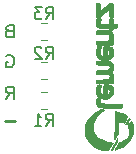
<source format=gbr>
%TF.GenerationSoftware,KiCad,Pcbnew,5.1.5-52549c5~86~ubuntu16.04.1*%
%TF.CreationDate,2020-10-09T17:32:45+05:30*%
%TF.ProjectId,DIP_3_color_LED_Module_V1.0,4449505f-335f-4636-9f6c-6f725f4c4544,V1.0*%
%TF.SameCoordinates,Original*%
%TF.FileFunction,Legend,Bot*%
%TF.FilePolarity,Positive*%
%FSLAX46Y46*%
G04 Gerber Fmt 4.6, Leading zero omitted, Abs format (unit mm)*
G04 Created by KiCad (PCBNEW 5.1.5-52549c5~86~ubuntu16.04.1) date 2020-10-09 17:32:45*
%MOMM*%
%LPD*%
G04 APERTURE LIST*
%ADD10C,0.220000*%
%ADD11C,0.200000*%
%ADD12C,0.010000*%
%ADD13C,0.120000*%
%ADD14C,0.150000*%
G04 APERTURE END LIST*
D10*
X134061142Y-101925428D02*
X133146857Y-101925428D01*
D11*
X133232571Y-100020380D02*
X133632571Y-99544190D01*
X133918285Y-100020380D02*
X133918285Y-99020380D01*
X133461142Y-99020380D01*
X133346857Y-99068000D01*
X133289714Y-99115619D01*
X133232571Y-99210857D01*
X133232571Y-99353714D01*
X133289714Y-99448952D01*
X133346857Y-99496571D01*
X133461142Y-99544190D01*
X133918285Y-99544190D01*
X133289714Y-96401000D02*
X133404000Y-96353380D01*
X133575428Y-96353380D01*
X133746857Y-96401000D01*
X133861142Y-96496238D01*
X133918285Y-96591476D01*
X133975428Y-96781952D01*
X133975428Y-96924809D01*
X133918285Y-97115285D01*
X133861142Y-97210523D01*
X133746857Y-97305761D01*
X133575428Y-97353380D01*
X133461142Y-97353380D01*
X133289714Y-97305761D01*
X133232571Y-97258142D01*
X133232571Y-96924809D01*
X133461142Y-96924809D01*
X133518285Y-94289571D02*
X133346857Y-94337190D01*
X133289714Y-94384809D01*
X133232571Y-94480047D01*
X133232571Y-94622904D01*
X133289714Y-94718142D01*
X133346857Y-94765761D01*
X133461142Y-94813380D01*
X133918285Y-94813380D01*
X133918285Y-93813380D01*
X133518285Y-93813380D01*
X133404000Y-93861000D01*
X133346857Y-93908619D01*
X133289714Y-94003857D01*
X133289714Y-94099095D01*
X133346857Y-94194333D01*
X133404000Y-94241952D01*
X133518285Y-94289571D01*
X133918285Y-94289571D01*
D12*
%TO.C,G\002A\002A\002A*%
G36*
X142274045Y-103748609D02*
G01*
X142241652Y-103744084D01*
X142195238Y-103738141D01*
X142163800Y-103734307D01*
X141920709Y-103694404D01*
X141691542Y-103634799D01*
X141477137Y-103555830D01*
X141278332Y-103457833D01*
X141095965Y-103341148D01*
X140997940Y-103264944D01*
X140890827Y-103160551D01*
X140795822Y-103037913D01*
X140716549Y-102902724D01*
X140656629Y-102760680D01*
X140637619Y-102698550D01*
X140620624Y-102611989D01*
X140610487Y-102508916D01*
X140607198Y-102397276D01*
X140610747Y-102285010D01*
X140621120Y-102180061D01*
X140638309Y-102090372D01*
X140638458Y-102089802D01*
X140695304Y-101916271D01*
X140772963Y-101753443D01*
X140872128Y-101600461D01*
X140993487Y-101456468D01*
X141137732Y-101320607D01*
X141305555Y-101192024D01*
X141426597Y-101112568D01*
X141567318Y-101025337D01*
X141520792Y-100941194D01*
X141498065Y-100900353D01*
X141480418Y-100869133D01*
X141471139Y-100853341D01*
X141470619Y-100852594D01*
X141458572Y-100856309D01*
X141427641Y-100869449D01*
X141381743Y-100890253D01*
X141324798Y-100916960D01*
X141284548Y-100936247D01*
X141083647Y-101040663D01*
X140903087Y-101150661D01*
X140737910Y-101269606D01*
X140583152Y-101400862D01*
X140539994Y-101441250D01*
X140384382Y-101603617D01*
X140253091Y-101770558D01*
X140145226Y-101943609D01*
X140059891Y-102124300D01*
X139996191Y-102314165D01*
X139972221Y-102412800D01*
X139964948Y-102458953D01*
X139958389Y-102522878D01*
X139952823Y-102598335D01*
X139948530Y-102679084D01*
X139945790Y-102758883D01*
X139944882Y-102831491D01*
X139946085Y-102890668D01*
X139949184Y-102927150D01*
X139984608Y-103109530D01*
X140033433Y-103273125D01*
X140097649Y-103421844D01*
X140179245Y-103559595D01*
X140280213Y-103690287D01*
X140402541Y-103817828D01*
X140402843Y-103818116D01*
X140573292Y-103964310D01*
X140754663Y-104088499D01*
X140948011Y-104191170D01*
X141154388Y-104272809D01*
X141374850Y-104333903D01*
X141608826Y-104374729D01*
X141678249Y-104382671D01*
X141748346Y-104389022D01*
X141809733Y-104393015D01*
X141844387Y-104394000D01*
X141930073Y-104394000D01*
X142109625Y-104073572D01*
X142155332Y-103991791D01*
X142196589Y-103917563D01*
X142231870Y-103853668D01*
X142259648Y-103802885D01*
X142278397Y-103767992D01*
X142286591Y-103751768D01*
X142286814Y-103750957D01*
X142274045Y-103748609D01*
G37*
X142274045Y-103748609D02*
X142241652Y-103744084D01*
X142195238Y-103738141D01*
X142163800Y-103734307D01*
X141920709Y-103694404D01*
X141691542Y-103634799D01*
X141477137Y-103555830D01*
X141278332Y-103457833D01*
X141095965Y-103341148D01*
X140997940Y-103264944D01*
X140890827Y-103160551D01*
X140795822Y-103037913D01*
X140716549Y-102902724D01*
X140656629Y-102760680D01*
X140637619Y-102698550D01*
X140620624Y-102611989D01*
X140610487Y-102508916D01*
X140607198Y-102397276D01*
X140610747Y-102285010D01*
X140621120Y-102180061D01*
X140638309Y-102090372D01*
X140638458Y-102089802D01*
X140695304Y-101916271D01*
X140772963Y-101753443D01*
X140872128Y-101600461D01*
X140993487Y-101456468D01*
X141137732Y-101320607D01*
X141305555Y-101192024D01*
X141426597Y-101112568D01*
X141567318Y-101025337D01*
X141520792Y-100941194D01*
X141498065Y-100900353D01*
X141480418Y-100869133D01*
X141471139Y-100853341D01*
X141470619Y-100852594D01*
X141458572Y-100856309D01*
X141427641Y-100869449D01*
X141381743Y-100890253D01*
X141324798Y-100916960D01*
X141284548Y-100936247D01*
X141083647Y-101040663D01*
X140903087Y-101150661D01*
X140737910Y-101269606D01*
X140583152Y-101400862D01*
X140539994Y-101441250D01*
X140384382Y-101603617D01*
X140253091Y-101770558D01*
X140145226Y-101943609D01*
X140059891Y-102124300D01*
X139996191Y-102314165D01*
X139972221Y-102412800D01*
X139964948Y-102458953D01*
X139958389Y-102522878D01*
X139952823Y-102598335D01*
X139948530Y-102679084D01*
X139945790Y-102758883D01*
X139944882Y-102831491D01*
X139946085Y-102890668D01*
X139949184Y-102927150D01*
X139984608Y-103109530D01*
X140033433Y-103273125D01*
X140097649Y-103421844D01*
X140179245Y-103559595D01*
X140280213Y-103690287D01*
X140402541Y-103817828D01*
X140402843Y-103818116D01*
X140573292Y-103964310D01*
X140754663Y-104088499D01*
X140948011Y-104191170D01*
X141154388Y-104272809D01*
X141374850Y-104333903D01*
X141608826Y-104374729D01*
X141678249Y-104382671D01*
X141748346Y-104389022D01*
X141809733Y-104393015D01*
X141844387Y-104394000D01*
X141930073Y-104394000D01*
X142109625Y-104073572D01*
X142155332Y-103991791D01*
X142196589Y-103917563D01*
X142231870Y-103853668D01*
X142259648Y-103802885D01*
X142278397Y-103767992D01*
X142286591Y-103751768D01*
X142286814Y-103750957D01*
X142274045Y-103748609D01*
G36*
X143096207Y-100560938D02*
G01*
X143091521Y-100529606D01*
X143080859Y-100507258D01*
X143062051Y-100485864D01*
X143026851Y-100450650D01*
X142211151Y-100443470D01*
X142041821Y-100441946D01*
X141895921Y-100440485D01*
X141771478Y-100438957D01*
X141666524Y-100437230D01*
X141579087Y-100435174D01*
X141507197Y-100432657D01*
X141448883Y-100429548D01*
X141402176Y-100425717D01*
X141365104Y-100421033D01*
X141335698Y-100415363D01*
X141311986Y-100408578D01*
X141291999Y-100400547D01*
X141273765Y-100391137D01*
X141255315Y-100380219D01*
X141254756Y-100379878D01*
X141215545Y-100344598D01*
X141191085Y-100299571D01*
X141185900Y-100268851D01*
X141192729Y-100245736D01*
X141209997Y-100212514D01*
X141220093Y-100196678D01*
X141246875Y-100141738D01*
X141256330Y-100085521D01*
X141248435Y-100034476D01*
X141223167Y-99995050D01*
X141220826Y-99992961D01*
X141171409Y-99965181D01*
X141110615Y-99952245D01*
X141046635Y-99953962D01*
X140987658Y-99970140D01*
X140942982Y-99999465D01*
X140912400Y-100044112D01*
X140888052Y-100107237D01*
X140871246Y-100182397D01*
X140863294Y-100263152D01*
X140865505Y-100343061D01*
X140868394Y-100366226D01*
X140884974Y-100445871D01*
X140910590Y-100509660D01*
X140950040Y-100566708D01*
X141002399Y-100620816D01*
X141052631Y-100664641D01*
X141096130Y-100694000D01*
X141141781Y-100714455D01*
X141163555Y-100721674D01*
X141201359Y-100733208D01*
X141235745Y-100743118D01*
X141268907Y-100751529D01*
X141303039Y-100758564D01*
X141340333Y-100764347D01*
X141382983Y-100769002D01*
X141433184Y-100772654D01*
X141493127Y-100775425D01*
X141565008Y-100777442D01*
X141651018Y-100778826D01*
X141753353Y-100779702D01*
X141874205Y-100780195D01*
X142015767Y-100780428D01*
X142180234Y-100780525D01*
X142204808Y-100780535D01*
X143014165Y-100780850D01*
X143055708Y-100739331D01*
X143077786Y-100715368D01*
X143090247Y-100693356D01*
X143095819Y-100664765D01*
X143097228Y-100621070D01*
X143097250Y-100609445D01*
X143096207Y-100560938D01*
G37*
X143096207Y-100560938D02*
X143091521Y-100529606D01*
X143080859Y-100507258D01*
X143062051Y-100485864D01*
X143026851Y-100450650D01*
X142211151Y-100443470D01*
X142041821Y-100441946D01*
X141895921Y-100440485D01*
X141771478Y-100438957D01*
X141666524Y-100437230D01*
X141579087Y-100435174D01*
X141507197Y-100432657D01*
X141448883Y-100429548D01*
X141402176Y-100425717D01*
X141365104Y-100421033D01*
X141335698Y-100415363D01*
X141311986Y-100408578D01*
X141291999Y-100400547D01*
X141273765Y-100391137D01*
X141255315Y-100380219D01*
X141254756Y-100379878D01*
X141215545Y-100344598D01*
X141191085Y-100299571D01*
X141185900Y-100268851D01*
X141192729Y-100245736D01*
X141209997Y-100212514D01*
X141220093Y-100196678D01*
X141246875Y-100141738D01*
X141256330Y-100085521D01*
X141248435Y-100034476D01*
X141223167Y-99995050D01*
X141220826Y-99992961D01*
X141171409Y-99965181D01*
X141110615Y-99952245D01*
X141046635Y-99953962D01*
X140987658Y-99970140D01*
X140942982Y-99999465D01*
X140912400Y-100044112D01*
X140888052Y-100107237D01*
X140871246Y-100182397D01*
X140863294Y-100263152D01*
X140865505Y-100343061D01*
X140868394Y-100366226D01*
X140884974Y-100445871D01*
X140910590Y-100509660D01*
X140950040Y-100566708D01*
X141002399Y-100620816D01*
X141052631Y-100664641D01*
X141096130Y-100694000D01*
X141141781Y-100714455D01*
X141163555Y-100721674D01*
X141201359Y-100733208D01*
X141235745Y-100743118D01*
X141268907Y-100751529D01*
X141303039Y-100758564D01*
X141340333Y-100764347D01*
X141382983Y-100769002D01*
X141433184Y-100772654D01*
X141493127Y-100775425D01*
X141565008Y-100777442D01*
X141651018Y-100778826D01*
X141753353Y-100779702D01*
X141874205Y-100780195D01*
X142015767Y-100780428D01*
X142180234Y-100780525D01*
X142204808Y-100780535D01*
X143014165Y-100780850D01*
X143055708Y-100739331D01*
X143077786Y-100715368D01*
X143090247Y-100693356D01*
X143095819Y-100664765D01*
X143097228Y-100621070D01*
X143097250Y-100609445D01*
X143096207Y-100560938D01*
G36*
X142356230Y-99235438D02*
G01*
X142334238Y-99140219D01*
X142301094Y-99059984D01*
X142297278Y-99053214D01*
X142259437Y-99001247D01*
X142207106Y-98946349D01*
X142148751Y-98896463D01*
X142092836Y-98859530D01*
X142088377Y-98857196D01*
X142022889Y-98829624D01*
X141945904Y-98806422D01*
X141863379Y-98788475D01*
X141781275Y-98776666D01*
X141705548Y-98771880D01*
X141642158Y-98774999D01*
X141601368Y-98784962D01*
X141579491Y-98795249D01*
X141561697Y-98807706D01*
X141547454Y-98824980D01*
X141536231Y-98849720D01*
X141527497Y-98884574D01*
X141520720Y-98932189D01*
X141515368Y-98995214D01*
X141510911Y-99076296D01*
X141506817Y-99178085D01*
X141503577Y-99272271D01*
X141500402Y-99368216D01*
X141497511Y-99456198D01*
X141495010Y-99532938D01*
X141493006Y-99595160D01*
X141491605Y-99639584D01*
X141490912Y-99662934D01*
X141490858Y-99665402D01*
X141480905Y-99674647D01*
X141454882Y-99672335D01*
X141418042Y-99660710D01*
X141375637Y-99642018D01*
X141332921Y-99618501D01*
X141295147Y-99592406D01*
X141273075Y-99572339D01*
X141233039Y-99522115D01*
X141208381Y-99470942D01*
X141196218Y-99410610D01*
X141193553Y-99345750D01*
X141195015Y-99292292D01*
X141200532Y-99249556D01*
X141212406Y-99207518D01*
X141232941Y-99156151D01*
X141241676Y-99136200D01*
X141271677Y-99067125D01*
X141291779Y-99016256D01*
X141303042Y-98978886D01*
X141306532Y-98950310D01*
X141303312Y-98925822D01*
X141294735Y-98901408D01*
X141263330Y-98857041D01*
X141213497Y-98830147D01*
X141145250Y-98820732D01*
X141105378Y-98822474D01*
X141048253Y-98832627D01*
X141006321Y-98854110D01*
X140973584Y-98891610D01*
X140944863Y-98947905D01*
X140901082Y-99076304D01*
X140873642Y-99215883D01*
X140863922Y-99357298D01*
X140869214Y-99460050D01*
X140894296Y-99588439D01*
X140939232Y-99701007D01*
X141003795Y-99797485D01*
X141087760Y-99877607D01*
X141190901Y-99941102D01*
X141312900Y-99987678D01*
X141383693Y-100003284D01*
X141469900Y-100014776D01*
X141564309Y-100021893D01*
X141659709Y-100024372D01*
X141748889Y-100021950D01*
X141818791Y-100014950D01*
X141818791Y-99671193D01*
X141827817Y-99406872D01*
X141830660Y-99327762D01*
X141833448Y-99257743D01*
X141836007Y-99200609D01*
X141838163Y-99160157D01*
X141839744Y-99140182D01*
X141840073Y-99138757D01*
X141856975Y-99136789D01*
X141887068Y-99148257D01*
X141924275Y-99170042D01*
X141962524Y-99199027D01*
X141969552Y-99205222D01*
X142002332Y-99236542D01*
X142020656Y-99261890D01*
X142029562Y-99291579D01*
X142034089Y-99335920D01*
X142034206Y-99337532D01*
X142029285Y-99427178D01*
X142002473Y-99508779D01*
X141955759Y-99578638D01*
X141891129Y-99633052D01*
X141868673Y-99645745D01*
X141818791Y-99671193D01*
X141818791Y-100014950D01*
X141824637Y-100014364D01*
X141859233Y-100007580D01*
X141988536Y-99965340D01*
X142097828Y-99907859D01*
X142188099Y-99834179D01*
X142260343Y-99743341D01*
X142315552Y-99634387D01*
X142347492Y-99535962D01*
X142363638Y-99440812D01*
X142366290Y-99338136D01*
X142356230Y-99235438D01*
G37*
X142356230Y-99235438D02*
X142334238Y-99140219D01*
X142301094Y-99059984D01*
X142297278Y-99053214D01*
X142259437Y-99001247D01*
X142207106Y-98946349D01*
X142148751Y-98896463D01*
X142092836Y-98859530D01*
X142088377Y-98857196D01*
X142022889Y-98829624D01*
X141945904Y-98806422D01*
X141863379Y-98788475D01*
X141781275Y-98776666D01*
X141705548Y-98771880D01*
X141642158Y-98774999D01*
X141601368Y-98784962D01*
X141579491Y-98795249D01*
X141561697Y-98807706D01*
X141547454Y-98824980D01*
X141536231Y-98849720D01*
X141527497Y-98884574D01*
X141520720Y-98932189D01*
X141515368Y-98995214D01*
X141510911Y-99076296D01*
X141506817Y-99178085D01*
X141503577Y-99272271D01*
X141500402Y-99368216D01*
X141497511Y-99456198D01*
X141495010Y-99532938D01*
X141493006Y-99595160D01*
X141491605Y-99639584D01*
X141490912Y-99662934D01*
X141490858Y-99665402D01*
X141480905Y-99674647D01*
X141454882Y-99672335D01*
X141418042Y-99660710D01*
X141375637Y-99642018D01*
X141332921Y-99618501D01*
X141295147Y-99592406D01*
X141273075Y-99572339D01*
X141233039Y-99522115D01*
X141208381Y-99470942D01*
X141196218Y-99410610D01*
X141193553Y-99345750D01*
X141195015Y-99292292D01*
X141200532Y-99249556D01*
X141212406Y-99207518D01*
X141232941Y-99156151D01*
X141241676Y-99136200D01*
X141271677Y-99067125D01*
X141291779Y-99016256D01*
X141303042Y-98978886D01*
X141306532Y-98950310D01*
X141303312Y-98925822D01*
X141294735Y-98901408D01*
X141263330Y-98857041D01*
X141213497Y-98830147D01*
X141145250Y-98820732D01*
X141105378Y-98822474D01*
X141048253Y-98832627D01*
X141006321Y-98854110D01*
X140973584Y-98891610D01*
X140944863Y-98947905D01*
X140901082Y-99076304D01*
X140873642Y-99215883D01*
X140863922Y-99357298D01*
X140869214Y-99460050D01*
X140894296Y-99588439D01*
X140939232Y-99701007D01*
X141003795Y-99797485D01*
X141087760Y-99877607D01*
X141190901Y-99941102D01*
X141312900Y-99987678D01*
X141383693Y-100003284D01*
X141469900Y-100014776D01*
X141564309Y-100021893D01*
X141659709Y-100024372D01*
X141748889Y-100021950D01*
X141818791Y-100014950D01*
X141818791Y-99671193D01*
X141827817Y-99406872D01*
X141830660Y-99327762D01*
X141833448Y-99257743D01*
X141836007Y-99200609D01*
X141838163Y-99160157D01*
X141839744Y-99140182D01*
X141840073Y-99138757D01*
X141856975Y-99136789D01*
X141887068Y-99148257D01*
X141924275Y-99170042D01*
X141962524Y-99199027D01*
X141969552Y-99205222D01*
X142002332Y-99236542D01*
X142020656Y-99261890D01*
X142029562Y-99291579D01*
X142034089Y-99335920D01*
X142034206Y-99337532D01*
X142029285Y-99427178D01*
X142002473Y-99508779D01*
X141955759Y-99578638D01*
X141891129Y-99633052D01*
X141868673Y-99645745D01*
X141818791Y-99671193D01*
X141818791Y-100014950D01*
X141824637Y-100014364D01*
X141859233Y-100007580D01*
X141988536Y-99965340D01*
X142097828Y-99907859D01*
X142188099Y-99834179D01*
X142260343Y-99743341D01*
X142315552Y-99634387D01*
X142347492Y-99535962D01*
X142363638Y-99440812D01*
X142366290Y-99338136D01*
X142356230Y-99235438D01*
G36*
X142356843Y-95969342D02*
G01*
X142326411Y-95857070D01*
X142275768Y-95760135D01*
X142204975Y-95678594D01*
X142114097Y-95612508D01*
X142003195Y-95561935D01*
X141872332Y-95526934D01*
X141744636Y-95509399D01*
X141684727Y-95506188D01*
X141640910Y-95509420D01*
X141604533Y-95519804D01*
X141601304Y-95521124D01*
X141579444Y-95531390D01*
X141561663Y-95543836D01*
X141547431Y-95561109D01*
X141536216Y-95585855D01*
X141527487Y-95620723D01*
X141520712Y-95668359D01*
X141515363Y-95731412D01*
X141510906Y-95812528D01*
X141506811Y-95914355D01*
X141503577Y-96008371D01*
X141500402Y-96104316D01*
X141497511Y-96192298D01*
X141495010Y-96269038D01*
X141493006Y-96331260D01*
X141491605Y-96375684D01*
X141490912Y-96399034D01*
X141490858Y-96401502D01*
X141480905Y-96410747D01*
X141454882Y-96408435D01*
X141418042Y-96396810D01*
X141375637Y-96378118D01*
X141332921Y-96354601D01*
X141295147Y-96328506D01*
X141273075Y-96308439D01*
X141224335Y-96240702D01*
X141196776Y-96164543D01*
X141190352Y-96078602D01*
X141205020Y-95981520D01*
X141240732Y-95871937D01*
X141257214Y-95832604D01*
X141286601Y-95755322D01*
X141299078Y-95693877D01*
X141294808Y-95645298D01*
X141273953Y-95606615D01*
X141269830Y-95601939D01*
X141229367Y-95574789D01*
X141174701Y-95559440D01*
X141114244Y-95556133D01*
X141056409Y-95565108D01*
X141009609Y-95586606D01*
X141000321Y-95594244D01*
X140965708Y-95639817D01*
X140934433Y-95705753D01*
X140907577Y-95787115D01*
X140886222Y-95878966D01*
X140871448Y-95976368D01*
X140864337Y-96074386D01*
X140865971Y-96168083D01*
X140868495Y-96196150D01*
X140893429Y-96324461D01*
X140938185Y-96436898D01*
X141002664Y-96533350D01*
X141086770Y-96613703D01*
X141190407Y-96677848D01*
X141313476Y-96725670D01*
X141331950Y-96730974D01*
X141393617Y-96743270D01*
X141472790Y-96752200D01*
X141562128Y-96757599D01*
X141654289Y-96759301D01*
X141741930Y-96757137D01*
X141817711Y-96750943D01*
X141818791Y-96750761D01*
X141818791Y-96407293D01*
X141827817Y-96142972D01*
X141830712Y-96063776D01*
X141833641Y-95993592D01*
X141836415Y-95936235D01*
X141838844Y-95895521D01*
X141840740Y-95875269D01*
X141841164Y-95873766D01*
X141855893Y-95874108D01*
X141884137Y-95885068D01*
X141918404Y-95902982D01*
X141951202Y-95924190D01*
X141962744Y-95933203D01*
X142006730Y-95982007D01*
X142030426Y-96039820D01*
X142036522Y-96103445D01*
X142024189Y-96189115D01*
X141989832Y-96267377D01*
X141936318Y-96333498D01*
X141867471Y-96382260D01*
X141818791Y-96407293D01*
X141818791Y-96750761D01*
X141864530Y-96743051D01*
X141990408Y-96701876D01*
X142100034Y-96641713D01*
X142192338Y-96563937D01*
X142266252Y-96469922D01*
X142320708Y-96361042D01*
X142354637Y-96238670D01*
X142366970Y-96104183D01*
X142367000Y-96096890D01*
X142356843Y-95969342D01*
G37*
X142356843Y-95969342D02*
X142326411Y-95857070D01*
X142275768Y-95760135D01*
X142204975Y-95678594D01*
X142114097Y-95612508D01*
X142003195Y-95561935D01*
X141872332Y-95526934D01*
X141744636Y-95509399D01*
X141684727Y-95506188D01*
X141640910Y-95509420D01*
X141604533Y-95519804D01*
X141601304Y-95521124D01*
X141579444Y-95531390D01*
X141561663Y-95543836D01*
X141547431Y-95561109D01*
X141536216Y-95585855D01*
X141527487Y-95620723D01*
X141520712Y-95668359D01*
X141515363Y-95731412D01*
X141510906Y-95812528D01*
X141506811Y-95914355D01*
X141503577Y-96008371D01*
X141500402Y-96104316D01*
X141497511Y-96192298D01*
X141495010Y-96269038D01*
X141493006Y-96331260D01*
X141491605Y-96375684D01*
X141490912Y-96399034D01*
X141490858Y-96401502D01*
X141480905Y-96410747D01*
X141454882Y-96408435D01*
X141418042Y-96396810D01*
X141375637Y-96378118D01*
X141332921Y-96354601D01*
X141295147Y-96328506D01*
X141273075Y-96308439D01*
X141224335Y-96240702D01*
X141196776Y-96164543D01*
X141190352Y-96078602D01*
X141205020Y-95981520D01*
X141240732Y-95871937D01*
X141257214Y-95832604D01*
X141286601Y-95755322D01*
X141299078Y-95693877D01*
X141294808Y-95645298D01*
X141273953Y-95606615D01*
X141269830Y-95601939D01*
X141229367Y-95574789D01*
X141174701Y-95559440D01*
X141114244Y-95556133D01*
X141056409Y-95565108D01*
X141009609Y-95586606D01*
X141000321Y-95594244D01*
X140965708Y-95639817D01*
X140934433Y-95705753D01*
X140907577Y-95787115D01*
X140886222Y-95878966D01*
X140871448Y-95976368D01*
X140864337Y-96074386D01*
X140865971Y-96168083D01*
X140868495Y-96196150D01*
X140893429Y-96324461D01*
X140938185Y-96436898D01*
X141002664Y-96533350D01*
X141086770Y-96613703D01*
X141190407Y-96677848D01*
X141313476Y-96725670D01*
X141331950Y-96730974D01*
X141393617Y-96743270D01*
X141472790Y-96752200D01*
X141562128Y-96757599D01*
X141654289Y-96759301D01*
X141741930Y-96757137D01*
X141817711Y-96750943D01*
X141818791Y-96750761D01*
X141818791Y-96407293D01*
X141827817Y-96142972D01*
X141830712Y-96063776D01*
X141833641Y-95993592D01*
X141836415Y-95936235D01*
X141838844Y-95895521D01*
X141840740Y-95875269D01*
X141841164Y-95873766D01*
X141855893Y-95874108D01*
X141884137Y-95885068D01*
X141918404Y-95902982D01*
X141951202Y-95924190D01*
X141962744Y-95933203D01*
X142006730Y-95982007D01*
X142030426Y-96039820D01*
X142036522Y-96103445D01*
X142024189Y-96189115D01*
X141989832Y-96267377D01*
X141936318Y-96333498D01*
X141867471Y-96382260D01*
X141818791Y-96407293D01*
X141818791Y-96750761D01*
X141864530Y-96743051D01*
X141990408Y-96701876D01*
X142100034Y-96641713D01*
X142192338Y-96563937D01*
X142266252Y-96469922D01*
X142320708Y-96361042D01*
X142354637Y-96238670D01*
X142366970Y-96104183D01*
X142367000Y-96096890D01*
X142356843Y-95969342D01*
G36*
X142689804Y-93804499D02*
G01*
X142685110Y-93773168D01*
X142674433Y-93750811D01*
X142655672Y-93729464D01*
X142639511Y-93714471D01*
X142623018Y-93704304D01*
X142600890Y-93697840D01*
X142567825Y-93693955D01*
X142518519Y-93691528D01*
X142469491Y-93690038D01*
X142318488Y-93685826D01*
X142314169Y-93496586D01*
X142309850Y-93307347D01*
X142268331Y-93265849D01*
X142243263Y-93243023D01*
X142220028Y-93230557D01*
X142189427Y-93225363D01*
X142144750Y-93224350D01*
X142098484Y-93225478D01*
X142068388Y-93230921D01*
X142045264Y-93243769D01*
X142021170Y-93265849D01*
X141979650Y-93307347D01*
X141975311Y-93497624D01*
X141970971Y-93687900D01*
X141645111Y-93687830D01*
X141530696Y-93687404D01*
X141438885Y-93685936D01*
X141366889Y-93683059D01*
X141311921Y-93678405D01*
X141271191Y-93671607D01*
X141241913Y-93662297D01*
X141221298Y-93650107D01*
X141206559Y-93634671D01*
X141202993Y-93629545D01*
X141191278Y-93597145D01*
X141194628Y-93555586D01*
X141213742Y-93501271D01*
X141237288Y-93452950D01*
X141254310Y-93409539D01*
X141267299Y-93356852D01*
X141270928Y-93331621D01*
X141273617Y-93288459D01*
X141269465Y-93260116D01*
X141256088Y-93236404D01*
X141245688Y-93223671D01*
X141228038Y-93204971D01*
X141210230Y-93193829D01*
X141185297Y-93188297D01*
X141146271Y-93186426D01*
X141111823Y-93186250D01*
X141059140Y-93187098D01*
X141024581Y-93190769D01*
X141000897Y-93198952D01*
X140980837Y-93213338D01*
X140975649Y-93218000D01*
X140940501Y-93260523D01*
X140912168Y-93318608D01*
X140889202Y-93395817D01*
X140875245Y-93464854D01*
X140865138Y-93525220D01*
X140859592Y-93569216D01*
X140858408Y-93605423D01*
X140861390Y-93642420D01*
X140868338Y-93688787D01*
X140869866Y-93698019D01*
X140889470Y-93775482D01*
X140922794Y-93840026D01*
X140968225Y-93895322D01*
X141000067Y-93926804D01*
X141031950Y-93952598D01*
X141066789Y-93973320D01*
X141107499Y-93989584D01*
X141156998Y-94002007D01*
X141218201Y-94011203D01*
X141294024Y-94017787D01*
X141387383Y-94022375D01*
X141501194Y-94025580D01*
X141594019Y-94027322D01*
X141970388Y-94033513D01*
X141978334Y-94093415D01*
X141991907Y-94145375D01*
X142020068Y-94185530D01*
X142025074Y-94190484D01*
X142049594Y-94211218D01*
X142074070Y-94222426D01*
X142107682Y-94226945D01*
X142145340Y-94227650D01*
X142191740Y-94226430D01*
X142221872Y-94220819D01*
X142244828Y-94207894D01*
X142265441Y-94189021D01*
X142293250Y-94153165D01*
X142308027Y-94109802D01*
X142311783Y-94085272D01*
X142319495Y-94020152D01*
X142469994Y-94015951D01*
X142534306Y-94013878D01*
X142578537Y-94011155D01*
X142608005Y-94006653D01*
X142628025Y-93999245D01*
X142643912Y-93987803D01*
X142655672Y-93976537D01*
X142674573Y-93954990D01*
X142685180Y-93932586D01*
X142689828Y-93901128D01*
X142690850Y-93853000D01*
X142689804Y-93804499D01*
G37*
X142689804Y-93804499D02*
X142685110Y-93773168D01*
X142674433Y-93750811D01*
X142655672Y-93729464D01*
X142639511Y-93714471D01*
X142623018Y-93704304D01*
X142600890Y-93697840D01*
X142567825Y-93693955D01*
X142518519Y-93691528D01*
X142469491Y-93690038D01*
X142318488Y-93685826D01*
X142314169Y-93496586D01*
X142309850Y-93307347D01*
X142268331Y-93265849D01*
X142243263Y-93243023D01*
X142220028Y-93230557D01*
X142189427Y-93225363D01*
X142144750Y-93224350D01*
X142098484Y-93225478D01*
X142068388Y-93230921D01*
X142045264Y-93243769D01*
X142021170Y-93265849D01*
X141979650Y-93307347D01*
X141975311Y-93497624D01*
X141970971Y-93687900D01*
X141645111Y-93687830D01*
X141530696Y-93687404D01*
X141438885Y-93685936D01*
X141366889Y-93683059D01*
X141311921Y-93678405D01*
X141271191Y-93671607D01*
X141241913Y-93662297D01*
X141221298Y-93650107D01*
X141206559Y-93634671D01*
X141202993Y-93629545D01*
X141191278Y-93597145D01*
X141194628Y-93555586D01*
X141213742Y-93501271D01*
X141237288Y-93452950D01*
X141254310Y-93409539D01*
X141267299Y-93356852D01*
X141270928Y-93331621D01*
X141273617Y-93288459D01*
X141269465Y-93260116D01*
X141256088Y-93236404D01*
X141245688Y-93223671D01*
X141228038Y-93204971D01*
X141210230Y-93193829D01*
X141185297Y-93188297D01*
X141146271Y-93186426D01*
X141111823Y-93186250D01*
X141059140Y-93187098D01*
X141024581Y-93190769D01*
X141000897Y-93198952D01*
X140980837Y-93213338D01*
X140975649Y-93218000D01*
X140940501Y-93260523D01*
X140912168Y-93318608D01*
X140889202Y-93395817D01*
X140875245Y-93464854D01*
X140865138Y-93525220D01*
X140859592Y-93569216D01*
X140858408Y-93605423D01*
X140861390Y-93642420D01*
X140868338Y-93688787D01*
X140869866Y-93698019D01*
X140889470Y-93775482D01*
X140922794Y-93840026D01*
X140968225Y-93895322D01*
X141000067Y-93926804D01*
X141031950Y-93952598D01*
X141066789Y-93973320D01*
X141107499Y-93989584D01*
X141156998Y-94002007D01*
X141218201Y-94011203D01*
X141294024Y-94017787D01*
X141387383Y-94022375D01*
X141501194Y-94025580D01*
X141594019Y-94027322D01*
X141970388Y-94033513D01*
X141978334Y-94093415D01*
X141991907Y-94145375D01*
X142020068Y-94185530D01*
X142025074Y-94190484D01*
X142049594Y-94211218D01*
X142074070Y-94222426D01*
X142107682Y-94226945D01*
X142145340Y-94227650D01*
X142191740Y-94226430D01*
X142221872Y-94220819D01*
X142244828Y-94207894D01*
X142265441Y-94189021D01*
X142293250Y-94153165D01*
X142308027Y-94109802D01*
X142311783Y-94085272D01*
X142319495Y-94020152D01*
X142469994Y-94015951D01*
X142534306Y-94013878D01*
X142578537Y-94011155D01*
X142608005Y-94006653D01*
X142628025Y-93999245D01*
X142643912Y-93987803D01*
X142655672Y-93976537D01*
X142674573Y-93954990D01*
X142685180Y-93932586D01*
X142689828Y-93901128D01*
X142690850Y-93853000D01*
X142689804Y-93804499D01*
G36*
X142341986Y-97163430D02*
G01*
X142303900Y-97059090D01*
X142247669Y-96971989D01*
X142172752Y-96901338D01*
X142078606Y-96846348D01*
X142053086Y-96835392D01*
X142034045Y-96827960D01*
X142015528Y-96821865D01*
X141994861Y-96816951D01*
X141969374Y-96813066D01*
X141936394Y-96810054D01*
X141893250Y-96807762D01*
X141837269Y-96806036D01*
X141765780Y-96804723D01*
X141676111Y-96803667D01*
X141565590Y-96802715D01*
X141474105Y-96802026D01*
X140968559Y-96798302D01*
X140924830Y-96842031D01*
X140899237Y-96870375D01*
X140886179Y-96896183D01*
X140881546Y-96930303D01*
X140881100Y-96957511D01*
X140884835Y-97007144D01*
X140894467Y-97051315D01*
X140900994Y-97067732D01*
X140911650Y-97086368D01*
X140924136Y-97101614D01*
X140940948Y-97113811D01*
X140964579Y-97123298D01*
X140997524Y-97130412D01*
X141042276Y-97135494D01*
X141101331Y-97138882D01*
X141177183Y-97140916D01*
X141272325Y-97141934D01*
X141389252Y-97142277D01*
X141449502Y-97142300D01*
X141567274Y-97142345D01*
X141662459Y-97142584D01*
X141737870Y-97143180D01*
X141796321Y-97144295D01*
X141840624Y-97146088D01*
X141873593Y-97148721D01*
X141898041Y-97152355D01*
X141916780Y-97157152D01*
X141932624Y-97163272D01*
X141948385Y-97170875D01*
X141988160Y-97195615D01*
X142011884Y-97224989D01*
X142022774Y-97250713D01*
X142033851Y-97319567D01*
X142023441Y-97391793D01*
X141993771Y-97461669D01*
X141947070Y-97523474D01*
X141901748Y-97561400D01*
X141854580Y-97593150D01*
X141404881Y-97599500D01*
X140955181Y-97605850D01*
X140918141Y-97647326D01*
X140895586Y-97676872D01*
X140884506Y-97706874D01*
X140881168Y-97748596D01*
X140881100Y-97759082D01*
X140884825Y-97807350D01*
X140894352Y-97851011D01*
X140900994Y-97867832D01*
X140911693Y-97886523D01*
X140924245Y-97901805D01*
X140941155Y-97914019D01*
X140964925Y-97923508D01*
X140998059Y-97930613D01*
X141043060Y-97935679D01*
X141102432Y-97939046D01*
X141178678Y-97941057D01*
X141274302Y-97942055D01*
X141391806Y-97942381D01*
X141446250Y-97942400D01*
X141570840Y-97942519D01*
X141672705Y-97943089D01*
X141754519Y-97944437D01*
X141818958Y-97946885D01*
X141868695Y-97950758D01*
X141906406Y-97956380D01*
X141934765Y-97964075D01*
X141956448Y-97974168D01*
X141974127Y-97986982D01*
X141990479Y-98002843D01*
X141996283Y-98009064D01*
X142020151Y-98049702D01*
X142032410Y-98109083D01*
X142032415Y-98109125D01*
X142034463Y-98153414D01*
X142028330Y-98189468D01*
X142011326Y-98229832D01*
X142003082Y-98245834D01*
X141974037Y-98291533D01*
X141938885Y-98334205D01*
X141918174Y-98353784D01*
X141869398Y-98393250D01*
X140955178Y-98405950D01*
X140918139Y-98447426D01*
X140896056Y-98476099D01*
X140884941Y-98504967D01*
X140881303Y-98544817D01*
X140881148Y-98561726D01*
X140887612Y-98628466D01*
X140905941Y-98675134D01*
X140944098Y-98714226D01*
X140978918Y-98729802D01*
X141002986Y-98733474D01*
X141047946Y-98736399D01*
X141114526Y-98738589D01*
X141203451Y-98740055D01*
X141315447Y-98740809D01*
X141451241Y-98740860D01*
X141611560Y-98740221D01*
X141645451Y-98740019D01*
X142263751Y-98736150D01*
X142302183Y-98699321D01*
X142331066Y-98657971D01*
X142347220Y-98606244D01*
X142350613Y-98551322D01*
X142341214Y-98500388D01*
X142318990Y-98460626D01*
X142303291Y-98447322D01*
X142289470Y-98436751D01*
X142287187Y-98423932D01*
X142296613Y-98400619D01*
X142304607Y-98384732D01*
X142344681Y-98279056D01*
X142361316Y-98167719D01*
X142354809Y-98054106D01*
X142325455Y-97941600D01*
X142273550Y-97833587D01*
X142253716Y-97802697D01*
X142227829Y-97763872D01*
X142214891Y-97739936D01*
X142213223Y-97725010D01*
X142221146Y-97713218D01*
X142226679Y-97708013D01*
X142264630Y-97661280D01*
X142299321Y-97595905D01*
X142328586Y-97518622D01*
X142350260Y-97436165D01*
X142362177Y-97355268D01*
X142362469Y-97285799D01*
X142341986Y-97163430D01*
G37*
X142341986Y-97163430D02*
X142303900Y-97059090D01*
X142247669Y-96971989D01*
X142172752Y-96901338D01*
X142078606Y-96846348D01*
X142053086Y-96835392D01*
X142034045Y-96827960D01*
X142015528Y-96821865D01*
X141994861Y-96816951D01*
X141969374Y-96813066D01*
X141936394Y-96810054D01*
X141893250Y-96807762D01*
X141837269Y-96806036D01*
X141765780Y-96804723D01*
X141676111Y-96803667D01*
X141565590Y-96802715D01*
X141474105Y-96802026D01*
X140968559Y-96798302D01*
X140924830Y-96842031D01*
X140899237Y-96870375D01*
X140886179Y-96896183D01*
X140881546Y-96930303D01*
X140881100Y-96957511D01*
X140884835Y-97007144D01*
X140894467Y-97051315D01*
X140900994Y-97067732D01*
X140911650Y-97086368D01*
X140924136Y-97101614D01*
X140940948Y-97113811D01*
X140964579Y-97123298D01*
X140997524Y-97130412D01*
X141042276Y-97135494D01*
X141101331Y-97138882D01*
X141177183Y-97140916D01*
X141272325Y-97141934D01*
X141389252Y-97142277D01*
X141449502Y-97142300D01*
X141567274Y-97142345D01*
X141662459Y-97142584D01*
X141737870Y-97143180D01*
X141796321Y-97144295D01*
X141840624Y-97146088D01*
X141873593Y-97148721D01*
X141898041Y-97152355D01*
X141916780Y-97157152D01*
X141932624Y-97163272D01*
X141948385Y-97170875D01*
X141988160Y-97195615D01*
X142011884Y-97224989D01*
X142022774Y-97250713D01*
X142033851Y-97319567D01*
X142023441Y-97391793D01*
X141993771Y-97461669D01*
X141947070Y-97523474D01*
X141901748Y-97561400D01*
X141854580Y-97593150D01*
X141404881Y-97599500D01*
X140955181Y-97605850D01*
X140918141Y-97647326D01*
X140895586Y-97676872D01*
X140884506Y-97706874D01*
X140881168Y-97748596D01*
X140881100Y-97759082D01*
X140884825Y-97807350D01*
X140894352Y-97851011D01*
X140900994Y-97867832D01*
X140911693Y-97886523D01*
X140924245Y-97901805D01*
X140941155Y-97914019D01*
X140964925Y-97923508D01*
X140998059Y-97930613D01*
X141043060Y-97935679D01*
X141102432Y-97939046D01*
X141178678Y-97941057D01*
X141274302Y-97942055D01*
X141391806Y-97942381D01*
X141446250Y-97942400D01*
X141570840Y-97942519D01*
X141672705Y-97943089D01*
X141754519Y-97944437D01*
X141818958Y-97946885D01*
X141868695Y-97950758D01*
X141906406Y-97956380D01*
X141934765Y-97964075D01*
X141956448Y-97974168D01*
X141974127Y-97986982D01*
X141990479Y-98002843D01*
X141996283Y-98009064D01*
X142020151Y-98049702D01*
X142032410Y-98109083D01*
X142032415Y-98109125D01*
X142034463Y-98153414D01*
X142028330Y-98189468D01*
X142011326Y-98229832D01*
X142003082Y-98245834D01*
X141974037Y-98291533D01*
X141938885Y-98334205D01*
X141918174Y-98353784D01*
X141869398Y-98393250D01*
X140955178Y-98405950D01*
X140918139Y-98447426D01*
X140896056Y-98476099D01*
X140884941Y-98504967D01*
X140881303Y-98544817D01*
X140881148Y-98561726D01*
X140887612Y-98628466D01*
X140905941Y-98675134D01*
X140944098Y-98714226D01*
X140978918Y-98729802D01*
X141002986Y-98733474D01*
X141047946Y-98736399D01*
X141114526Y-98738589D01*
X141203451Y-98740055D01*
X141315447Y-98740809D01*
X141451241Y-98740860D01*
X141611560Y-98740221D01*
X141645451Y-98740019D01*
X142263751Y-98736150D01*
X142302183Y-98699321D01*
X142331066Y-98657971D01*
X142347220Y-98606244D01*
X142350613Y-98551322D01*
X142341214Y-98500388D01*
X142318990Y-98460626D01*
X142303291Y-98447322D01*
X142289470Y-98436751D01*
X142287187Y-98423932D01*
X142296613Y-98400619D01*
X142304607Y-98384732D01*
X142344681Y-98279056D01*
X142361316Y-98167719D01*
X142354809Y-98054106D01*
X142325455Y-97941600D01*
X142273550Y-97833587D01*
X142253716Y-97802697D01*
X142227829Y-97763872D01*
X142214891Y-97739936D01*
X142213223Y-97725010D01*
X142221146Y-97713218D01*
X142226679Y-97708013D01*
X142264630Y-97661280D01*
X142299321Y-97595905D01*
X142328586Y-97518622D01*
X142350260Y-97436165D01*
X142362177Y-97355268D01*
X142362469Y-97285799D01*
X142341986Y-97163430D01*
G36*
X142354897Y-94697863D02*
G01*
X142324007Y-94569837D01*
X142283990Y-94475300D01*
X142230742Y-94393966D01*
X142161992Y-94329107D01*
X142074997Y-94278579D01*
X141993090Y-94247852D01*
X141968829Y-94240786D01*
X141944583Y-94235094D01*
X141917377Y-94230628D01*
X141884235Y-94227240D01*
X141842183Y-94224783D01*
X141788246Y-94223110D01*
X141719451Y-94222074D01*
X141632822Y-94221527D01*
X141525384Y-94221321D01*
X141457205Y-94221300D01*
X141328666Y-94221442D01*
X141223054Y-94222089D01*
X141137895Y-94223573D01*
X141070717Y-94226224D01*
X141019046Y-94230376D01*
X140980409Y-94236358D01*
X140952333Y-94244503D01*
X140932346Y-94255142D01*
X140917974Y-94268607D01*
X140906743Y-94285230D01*
X140900994Y-94295869D01*
X140883675Y-94349907D01*
X140881799Y-94408600D01*
X140893715Y-94465286D01*
X140917769Y-94513304D01*
X140952310Y-94545991D01*
X140964483Y-94551817D01*
X140985478Y-94554993D01*
X141029131Y-94557817D01*
X141092700Y-94560216D01*
X141173444Y-94562115D01*
X141268623Y-94563442D01*
X141375495Y-94564124D01*
X141427201Y-94564200D01*
X141557564Y-94564621D01*
X141668567Y-94565859D01*
X141758974Y-94567877D01*
X141827551Y-94570641D01*
X141873063Y-94574114D01*
X141893099Y-94577746D01*
X141954228Y-94613096D01*
X141997281Y-94666070D01*
X142022366Y-94736852D01*
X142029646Y-94811850D01*
X142018524Y-94907833D01*
X141984335Y-94995510D01*
X141928531Y-95071520D01*
X141909386Y-95090114D01*
X141858927Y-95135700D01*
X141427991Y-95135700D01*
X141316569Y-95136064D01*
X141215612Y-95137105D01*
X141127855Y-95138751D01*
X141056034Y-95140928D01*
X141002884Y-95143565D01*
X140971139Y-95146586D01*
X140964483Y-95148084D01*
X140926955Y-95174912D01*
X140899576Y-95218904D01*
X140883873Y-95273330D01*
X140881377Y-95331460D01*
X140893614Y-95386565D01*
X140905046Y-95409763D01*
X140932087Y-95441320D01*
X140964526Y-95463620D01*
X140965625Y-95464088D01*
X140981882Y-95467788D01*
X141012124Y-95470806D01*
X141057904Y-95473167D01*
X141120770Y-95474899D01*
X141202272Y-95476030D01*
X141303961Y-95476586D01*
X141427386Y-95476595D01*
X141574097Y-95476083D01*
X141633052Y-95475776D01*
X142263750Y-95472250D01*
X142302183Y-95435421D01*
X142331933Y-95392726D01*
X142348003Y-95339651D01*
X142350364Y-95283544D01*
X142338994Y-95231751D01*
X142313865Y-95191619D01*
X142303056Y-95182539D01*
X142290622Y-95172231D01*
X142286416Y-95159881D01*
X142290891Y-95138898D01*
X142304503Y-95102689D01*
X142309411Y-95090424D01*
X142347770Y-94962309D01*
X142362875Y-94830071D01*
X142354897Y-94697863D01*
G37*
X142354897Y-94697863D02*
X142324007Y-94569837D01*
X142283990Y-94475300D01*
X142230742Y-94393966D01*
X142161992Y-94329107D01*
X142074997Y-94278579D01*
X141993090Y-94247852D01*
X141968829Y-94240786D01*
X141944583Y-94235094D01*
X141917377Y-94230628D01*
X141884235Y-94227240D01*
X141842183Y-94224783D01*
X141788246Y-94223110D01*
X141719451Y-94222074D01*
X141632822Y-94221527D01*
X141525384Y-94221321D01*
X141457205Y-94221300D01*
X141328666Y-94221442D01*
X141223054Y-94222089D01*
X141137895Y-94223573D01*
X141070717Y-94226224D01*
X141019046Y-94230376D01*
X140980409Y-94236358D01*
X140952333Y-94244503D01*
X140932346Y-94255142D01*
X140917974Y-94268607D01*
X140906743Y-94285230D01*
X140900994Y-94295869D01*
X140883675Y-94349907D01*
X140881799Y-94408600D01*
X140893715Y-94465286D01*
X140917769Y-94513304D01*
X140952310Y-94545991D01*
X140964483Y-94551817D01*
X140985478Y-94554993D01*
X141029131Y-94557817D01*
X141092700Y-94560216D01*
X141173444Y-94562115D01*
X141268623Y-94563442D01*
X141375495Y-94564124D01*
X141427201Y-94564200D01*
X141557564Y-94564621D01*
X141668567Y-94565859D01*
X141758974Y-94567877D01*
X141827551Y-94570641D01*
X141873063Y-94574114D01*
X141893099Y-94577746D01*
X141954228Y-94613096D01*
X141997281Y-94666070D01*
X142022366Y-94736852D01*
X142029646Y-94811850D01*
X142018524Y-94907833D01*
X141984335Y-94995510D01*
X141928531Y-95071520D01*
X141909386Y-95090114D01*
X141858927Y-95135700D01*
X141427991Y-95135700D01*
X141316569Y-95136064D01*
X141215612Y-95137105D01*
X141127855Y-95138751D01*
X141056034Y-95140928D01*
X141002884Y-95143565D01*
X140971139Y-95146586D01*
X140964483Y-95148084D01*
X140926955Y-95174912D01*
X140899576Y-95218904D01*
X140883873Y-95273330D01*
X140881377Y-95331460D01*
X140893614Y-95386565D01*
X140905046Y-95409763D01*
X140932087Y-95441320D01*
X140964526Y-95463620D01*
X140965625Y-95464088D01*
X140981882Y-95467788D01*
X141012124Y-95470806D01*
X141057904Y-95473167D01*
X141120770Y-95474899D01*
X141202272Y-95476030D01*
X141303961Y-95476586D01*
X141427386Y-95476595D01*
X141574097Y-95476083D01*
X141633052Y-95475776D01*
X142263750Y-95472250D01*
X142302183Y-95435421D01*
X142331933Y-95392726D01*
X142348003Y-95339651D01*
X142350364Y-95283544D01*
X142338994Y-95231751D01*
X142313865Y-95191619D01*
X142303056Y-95182539D01*
X142290622Y-95172231D01*
X142286416Y-95159881D01*
X142290891Y-95138898D01*
X142304503Y-95102689D01*
X142309411Y-95090424D01*
X142347770Y-94962309D01*
X142362875Y-94830071D01*
X142354897Y-94697863D01*
G36*
X142304978Y-91983721D02*
G01*
X142279786Y-91963040D01*
X142257170Y-91952087D01*
X142228148Y-91948494D01*
X142183738Y-91949890D01*
X142177978Y-91950220D01*
X142093950Y-91955114D01*
X141217650Y-92644302D01*
X141211300Y-92326838D01*
X141204950Y-92009373D01*
X141161978Y-91971000D01*
X141137304Y-91950663D01*
X141115192Y-91939680D01*
X141086989Y-91935828D01*
X141044041Y-91936885D01*
X141031737Y-91937557D01*
X140979832Y-91942313D01*
X140945744Y-91950873D01*
X140921943Y-91965411D01*
X140915959Y-91970987D01*
X140887450Y-91999485D01*
X140883881Y-92538251D01*
X140880311Y-93077017D01*
X140915631Y-93116200D01*
X140963885Y-93151341D01*
X141025676Y-93166209D01*
X141089448Y-93161914D01*
X141107377Y-93154818D01*
X141136487Y-93137700D01*
X141178035Y-93109640D01*
X141233277Y-93069716D01*
X141303466Y-93017007D01*
X141389859Y-92950592D01*
X141493710Y-92869548D01*
X141575933Y-92804831D01*
X142017750Y-92456128D01*
X142030450Y-93067848D01*
X142066084Y-93098474D01*
X142091231Y-93116119D01*
X142120140Y-93125469D01*
X142161812Y-93128876D01*
X142183358Y-93129100D01*
X142230703Y-93127697D01*
X142262195Y-93121584D01*
X142287312Y-93107908D01*
X142306475Y-93092042D01*
X142347950Y-93054984D01*
X142347950Y-92022117D01*
X142304978Y-91983721D01*
G37*
X142304978Y-91983721D02*
X142279786Y-91963040D01*
X142257170Y-91952087D01*
X142228148Y-91948494D01*
X142183738Y-91949890D01*
X142177978Y-91950220D01*
X142093950Y-91955114D01*
X141217650Y-92644302D01*
X141211300Y-92326838D01*
X141204950Y-92009373D01*
X141161978Y-91971000D01*
X141137304Y-91950663D01*
X141115192Y-91939680D01*
X141086989Y-91935828D01*
X141044041Y-91936885D01*
X141031737Y-91937557D01*
X140979832Y-91942313D01*
X140945744Y-91950873D01*
X140921943Y-91965411D01*
X140915959Y-91970987D01*
X140887450Y-91999485D01*
X140883881Y-92538251D01*
X140880311Y-93077017D01*
X140915631Y-93116200D01*
X140963885Y-93151341D01*
X141025676Y-93166209D01*
X141089448Y-93161914D01*
X141107377Y-93154818D01*
X141136487Y-93137700D01*
X141178035Y-93109640D01*
X141233277Y-93069716D01*
X141303466Y-93017007D01*
X141389859Y-92950592D01*
X141493710Y-92869548D01*
X141575933Y-92804831D01*
X142017750Y-92456128D01*
X142030450Y-93067848D01*
X142066084Y-93098474D01*
X142091231Y-93116119D01*
X142120140Y-93125469D01*
X142161812Y-93128876D01*
X142183358Y-93129100D01*
X142230703Y-93127697D01*
X142262195Y-93121584D01*
X142287312Y-93107908D01*
X142306475Y-93092042D01*
X142347950Y-93054984D01*
X142347950Y-92022117D01*
X142304978Y-91983721D01*
G36*
X142696098Y-103444660D02*
G01*
X142693168Y-103409394D01*
X142688980Y-103391849D01*
X142687675Y-103390929D01*
X142680137Y-103401612D01*
X142661772Y-103431776D01*
X142634113Y-103478713D01*
X142598692Y-103539713D01*
X142557042Y-103612069D01*
X142510697Y-103693071D01*
X142461187Y-103780011D01*
X142410046Y-103870180D01*
X142358807Y-103960870D01*
X142309002Y-104049370D01*
X142262164Y-104132974D01*
X142219825Y-104208971D01*
X142183518Y-104274654D01*
X142154775Y-104327313D01*
X142135130Y-104364239D01*
X142126114Y-104382725D01*
X142125700Y-104384171D01*
X142137012Y-104386894D01*
X142165810Y-104386317D01*
X142186025Y-104384604D01*
X142224727Y-104378011D01*
X142253278Y-104368545D01*
X142260231Y-104363939D01*
X142269532Y-104349768D01*
X142289631Y-104316070D01*
X142318993Y-104265519D01*
X142356082Y-104200793D01*
X142399361Y-104124567D01*
X142447297Y-104039519D01*
X142485656Y-103971059D01*
X142697200Y-103592568D01*
X142697200Y-103491634D01*
X142696098Y-103444660D01*
G37*
X142696098Y-103444660D02*
X142693168Y-103409394D01*
X142688980Y-103391849D01*
X142687675Y-103390929D01*
X142680137Y-103401612D01*
X142661772Y-103431776D01*
X142634113Y-103478713D01*
X142598692Y-103539713D01*
X142557042Y-103612069D01*
X142510697Y-103693071D01*
X142461187Y-103780011D01*
X142410046Y-103870180D01*
X142358807Y-103960870D01*
X142309002Y-104049370D01*
X142262164Y-104132974D01*
X142219825Y-104208971D01*
X142183518Y-104274654D01*
X142154775Y-104327313D01*
X142135130Y-104364239D01*
X142126114Y-104382725D01*
X142125700Y-104384171D01*
X142137012Y-104386894D01*
X142165810Y-104386317D01*
X142186025Y-104384604D01*
X142224727Y-104378011D01*
X142253278Y-104368545D01*
X142260231Y-104363939D01*
X142269532Y-104349768D01*
X142289631Y-104316070D01*
X142318993Y-104265519D01*
X142356082Y-104200793D01*
X142399361Y-104124567D01*
X142447297Y-104039519D01*
X142485656Y-103971059D01*
X142697200Y-103592568D01*
X142697200Y-103491634D01*
X142696098Y-103444660D01*
G36*
X143517409Y-101501428D02*
G01*
X143488624Y-101479342D01*
X143449223Y-101450907D01*
X143430481Y-101437822D01*
X143287902Y-101350803D01*
X143126786Y-101272908D01*
X142953086Y-101206522D01*
X142772754Y-101154030D01*
X142661291Y-101129708D01*
X142604250Y-101119309D01*
X142557159Y-101111509D01*
X142525117Y-101107099D01*
X142513284Y-101106743D01*
X142512225Y-101119806D01*
X142510426Y-101156327D01*
X142507958Y-101214378D01*
X142504892Y-101292029D01*
X142501298Y-101387354D01*
X142497249Y-101498422D01*
X142492815Y-101623305D01*
X142488067Y-101760075D01*
X142483076Y-101906802D01*
X142477913Y-102061559D01*
X142476383Y-102108000D01*
X142471029Y-102270134D01*
X142465736Y-102428781D01*
X142460589Y-102581532D01*
X142455671Y-102725976D01*
X142451065Y-102859703D01*
X142446855Y-102980305D01*
X142443125Y-103085369D01*
X142439958Y-103172488D01*
X142437438Y-103239250D01*
X142435649Y-103283245D01*
X142435530Y-103285925D01*
X142433341Y-103351140D01*
X142432913Y-103405642D01*
X142434175Y-103445077D01*
X142437056Y-103465094D01*
X142438490Y-103466708D01*
X142447663Y-103456047D01*
X142467084Y-103426338D01*
X142494803Y-103380811D01*
X142528869Y-103322696D01*
X142567331Y-103255223D01*
X142582259Y-103228583D01*
X142714967Y-102990650D01*
X142731041Y-102514400D01*
X142734854Y-102405893D01*
X142738702Y-102304616D01*
X142742448Y-102213560D01*
X142745958Y-102135717D01*
X142749097Y-102074076D01*
X142751728Y-102031628D01*
X142753718Y-102011364D01*
X142753831Y-102010845D01*
X142770039Y-101986931D01*
X142795549Y-101971501D01*
X142835834Y-101965486D01*
X142893770Y-101967070D01*
X142963055Y-101975403D01*
X143037386Y-101989636D01*
X143110461Y-102008918D01*
X143136967Y-102017523D01*
X143241935Y-102053704D01*
X143389580Y-101789015D01*
X143430657Y-101714433D01*
X143466767Y-101647058D01*
X143496281Y-101590080D01*
X143517571Y-101546686D01*
X143529010Y-101520068D01*
X143530365Y-101513228D01*
X143517409Y-101501428D01*
G37*
X143517409Y-101501428D02*
X143488624Y-101479342D01*
X143449223Y-101450907D01*
X143430481Y-101437822D01*
X143287902Y-101350803D01*
X143126786Y-101272908D01*
X142953086Y-101206522D01*
X142772754Y-101154030D01*
X142661291Y-101129708D01*
X142604250Y-101119309D01*
X142557159Y-101111509D01*
X142525117Y-101107099D01*
X142513284Y-101106743D01*
X142512225Y-101119806D01*
X142510426Y-101156327D01*
X142507958Y-101214378D01*
X142504892Y-101292029D01*
X142501298Y-101387354D01*
X142497249Y-101498422D01*
X142492815Y-101623305D01*
X142488067Y-101760075D01*
X142483076Y-101906802D01*
X142477913Y-102061559D01*
X142476383Y-102108000D01*
X142471029Y-102270134D01*
X142465736Y-102428781D01*
X142460589Y-102581532D01*
X142455671Y-102725976D01*
X142451065Y-102859703D01*
X142446855Y-102980305D01*
X142443125Y-103085369D01*
X142439958Y-103172488D01*
X142437438Y-103239250D01*
X142435649Y-103283245D01*
X142435530Y-103285925D01*
X142433341Y-103351140D01*
X142432913Y-103405642D01*
X142434175Y-103445077D01*
X142437056Y-103465094D01*
X142438490Y-103466708D01*
X142447663Y-103456047D01*
X142467084Y-103426338D01*
X142494803Y-103380811D01*
X142528869Y-103322696D01*
X142567331Y-103255223D01*
X142582259Y-103228583D01*
X142714967Y-102990650D01*
X142731041Y-102514400D01*
X142734854Y-102405893D01*
X142738702Y-102304616D01*
X142742448Y-102213560D01*
X142745958Y-102135717D01*
X142749097Y-102074076D01*
X142751728Y-102031628D01*
X142753718Y-102011364D01*
X142753831Y-102010845D01*
X142770039Y-101986931D01*
X142795549Y-101971501D01*
X142835834Y-101965486D01*
X142893770Y-101967070D01*
X142963055Y-101975403D01*
X143037386Y-101989636D01*
X143110461Y-102008918D01*
X143136967Y-102017523D01*
X143241935Y-102053704D01*
X143389580Y-101789015D01*
X143430657Y-101714433D01*
X143466767Y-101647058D01*
X143496281Y-101590080D01*
X143517571Y-101546686D01*
X143529010Y-101520068D01*
X143530365Y-101513228D01*
X143517409Y-101501428D01*
G36*
X144027841Y-102407870D02*
G01*
X144024539Y-102354717D01*
X144019539Y-102323900D01*
X143981152Y-102195020D01*
X143945711Y-102086780D01*
X143913600Y-102000196D01*
X143885203Y-101936286D01*
X143860907Y-101896066D01*
X143855091Y-101889392D01*
X143846580Y-101897225D01*
X143827811Y-101924255D01*
X143800705Y-101967390D01*
X143767184Y-102023541D01*
X143729170Y-102089614D01*
X143715387Y-102114105D01*
X143584561Y-102347875D01*
X143628903Y-102440663D01*
X143678712Y-102572678D01*
X143705667Y-102709561D01*
X143710246Y-102847984D01*
X143692931Y-102984616D01*
X143654200Y-103116131D01*
X143594534Y-103239199D01*
X143514411Y-103350491D01*
X143494618Y-103372497D01*
X143388194Y-103469824D01*
X143263228Y-103555982D01*
X143125255Y-103627890D01*
X142979812Y-103682465D01*
X142899552Y-103703772D01*
X142812230Y-103723492D01*
X142643590Y-104022927D01*
X142591536Y-104115374D01*
X142550679Y-104188063D01*
X142519756Y-104243369D01*
X142497502Y-104283668D01*
X142482655Y-104311335D01*
X142473949Y-104328746D01*
X142470120Y-104338274D01*
X142469906Y-104342297D01*
X142472041Y-104343189D01*
X142473155Y-104343200D01*
X142487220Y-104339723D01*
X142520575Y-104330256D01*
X142568222Y-104316248D01*
X142624835Y-104299246D01*
X142850292Y-104218552D01*
X143061069Y-104117748D01*
X143256429Y-103997279D01*
X143435634Y-103857591D01*
X143573500Y-103725350D01*
X143701094Y-103575754D01*
X143807001Y-103417803D01*
X143892844Y-103248397D01*
X143960246Y-103064434D01*
X144001226Y-102908100D01*
X144009196Y-102859947D01*
X144016053Y-102795205D01*
X144021631Y-102719167D01*
X144025765Y-102637123D01*
X144028289Y-102554365D01*
X144029036Y-102476184D01*
X144027841Y-102407870D01*
G37*
X144027841Y-102407870D02*
X144024539Y-102354717D01*
X144019539Y-102323900D01*
X143981152Y-102195020D01*
X143945711Y-102086780D01*
X143913600Y-102000196D01*
X143885203Y-101936286D01*
X143860907Y-101896066D01*
X143855091Y-101889392D01*
X143846580Y-101897225D01*
X143827811Y-101924255D01*
X143800705Y-101967390D01*
X143767184Y-102023541D01*
X143729170Y-102089614D01*
X143715387Y-102114105D01*
X143584561Y-102347875D01*
X143628903Y-102440663D01*
X143678712Y-102572678D01*
X143705667Y-102709561D01*
X143710246Y-102847984D01*
X143692931Y-102984616D01*
X143654200Y-103116131D01*
X143594534Y-103239199D01*
X143514411Y-103350491D01*
X143494618Y-103372497D01*
X143388194Y-103469824D01*
X143263228Y-103555982D01*
X143125255Y-103627890D01*
X142979812Y-103682465D01*
X142899552Y-103703772D01*
X142812230Y-103723492D01*
X142643590Y-104022927D01*
X142591536Y-104115374D01*
X142550679Y-104188063D01*
X142519756Y-104243369D01*
X142497502Y-104283668D01*
X142482655Y-104311335D01*
X142473949Y-104328746D01*
X142470120Y-104338274D01*
X142469906Y-104342297D01*
X142472041Y-104343189D01*
X142473155Y-104343200D01*
X142487220Y-104339723D01*
X142520575Y-104330256D01*
X142568222Y-104316248D01*
X142624835Y-104299246D01*
X142850292Y-104218552D01*
X143061069Y-104117748D01*
X143256429Y-103997279D01*
X143435634Y-103857591D01*
X143573500Y-103725350D01*
X143701094Y-103575754D01*
X143807001Y-103417803D01*
X143892844Y-103248397D01*
X143960246Y-103064434D01*
X144001226Y-102908100D01*
X144009196Y-102859947D01*
X144016053Y-102795205D01*
X144021631Y-102719167D01*
X144025765Y-102637123D01*
X144028289Y-102554365D01*
X144029036Y-102476184D01*
X144027841Y-102407870D01*
G36*
X143731152Y-101713988D02*
G01*
X143712390Y-101688607D01*
X143702562Y-101676523D01*
X143666524Y-101633355D01*
X143592317Y-101765903D01*
X143553995Y-101834141D01*
X143511413Y-101909632D01*
X143470976Y-101981031D01*
X143450555Y-102016931D01*
X143423054Y-102065423D01*
X143400947Y-102104896D01*
X143386819Y-102130701D01*
X143383000Y-102138380D01*
X143391235Y-102148105D01*
X143411873Y-102168920D01*
X143421184Y-102177931D01*
X143450542Y-102201174D01*
X143469327Y-102203700D01*
X143472665Y-102201216D01*
X143482533Y-102186689D01*
X143502051Y-102154370D01*
X143528956Y-102108288D01*
X143560986Y-102052471D01*
X143595875Y-101990949D01*
X143631360Y-101927751D01*
X143665178Y-101866906D01*
X143695065Y-101812443D01*
X143718757Y-101768392D01*
X143733990Y-101738780D01*
X143738600Y-101727884D01*
X143731152Y-101713988D01*
G37*
X143731152Y-101713988D02*
X143712390Y-101688607D01*
X143702562Y-101676523D01*
X143666524Y-101633355D01*
X143592317Y-101765903D01*
X143553995Y-101834141D01*
X143511413Y-101909632D01*
X143470976Y-101981031D01*
X143450555Y-102016931D01*
X143423054Y-102065423D01*
X143400947Y-102104896D01*
X143386819Y-102130701D01*
X143383000Y-102138380D01*
X143391235Y-102148105D01*
X143411873Y-102168920D01*
X143421184Y-102177931D01*
X143450542Y-102201174D01*
X143469327Y-102203700D01*
X143472665Y-102201216D01*
X143482533Y-102186689D01*
X143502051Y-102154370D01*
X143528956Y-102108288D01*
X143560986Y-102052471D01*
X143595875Y-101990949D01*
X143631360Y-101927751D01*
X143665178Y-101866906D01*
X143695065Y-101812443D01*
X143718757Y-101768392D01*
X143733990Y-101738780D01*
X143738600Y-101727884D01*
X143731152Y-101713988D01*
D13*
%TO.C,R2*%
X136217922Y-96953000D02*
X136735078Y-96953000D01*
X136217922Y-98373000D02*
X136735078Y-98373000D01*
%TO.C,R3*%
X136217922Y-93651000D02*
X136735078Y-93651000D01*
X136217922Y-95071000D02*
X136735078Y-95071000D01*
%TO.C,R1*%
X136217922Y-99493000D02*
X136735078Y-99493000D01*
X136217922Y-100913000D02*
X136735078Y-100913000D01*
%TO.C,R2*%
D14*
X136644233Y-96640016D02*
X136977567Y-96163826D01*
X137215662Y-96640016D02*
X137215662Y-95640016D01*
X136834709Y-95640016D01*
X136739471Y-95687636D01*
X136691852Y-95735255D01*
X136644233Y-95830493D01*
X136644233Y-95973350D01*
X136691852Y-96068588D01*
X136739471Y-96116207D01*
X136834709Y-96163826D01*
X137215662Y-96163826D01*
X136263281Y-95735255D02*
X136215662Y-95687636D01*
X136120424Y-95640016D01*
X135882328Y-95640016D01*
X135787090Y-95687636D01*
X135739471Y-95735255D01*
X135691852Y-95830493D01*
X135691852Y-95925731D01*
X135739471Y-96068588D01*
X136310900Y-96640016D01*
X135691852Y-96640016D01*
%TO.C,R3*%
X136643166Y-93289380D02*
X136976500Y-92813190D01*
X137214595Y-93289380D02*
X137214595Y-92289380D01*
X136833642Y-92289380D01*
X136738404Y-92337000D01*
X136690785Y-92384619D01*
X136643166Y-92479857D01*
X136643166Y-92622714D01*
X136690785Y-92717952D01*
X136738404Y-92765571D01*
X136833642Y-92813190D01*
X137214595Y-92813190D01*
X136309833Y-92289380D02*
X135690785Y-92289380D01*
X136024119Y-92670333D01*
X135881261Y-92670333D01*
X135786023Y-92717952D01*
X135738404Y-92765571D01*
X135690785Y-92860809D01*
X135690785Y-93098904D01*
X135738404Y-93194142D01*
X135786023Y-93241761D01*
X135881261Y-93289380D01*
X136166976Y-93289380D01*
X136262214Y-93241761D01*
X136309833Y-93194142D01*
%TO.C,R1*%
X136643166Y-102305380D02*
X136976500Y-101829190D01*
X137214595Y-102305380D02*
X137214595Y-101305380D01*
X136833642Y-101305380D01*
X136738404Y-101353000D01*
X136690785Y-101400619D01*
X136643166Y-101495857D01*
X136643166Y-101638714D01*
X136690785Y-101733952D01*
X136738404Y-101781571D01*
X136833642Y-101829190D01*
X137214595Y-101829190D01*
X135690785Y-102305380D02*
X136262214Y-102305380D01*
X135976500Y-102305380D02*
X135976500Y-101305380D01*
X136071738Y-101448238D01*
X136166976Y-101543476D01*
X136262214Y-101591095D01*
%TD*%
M02*

</source>
